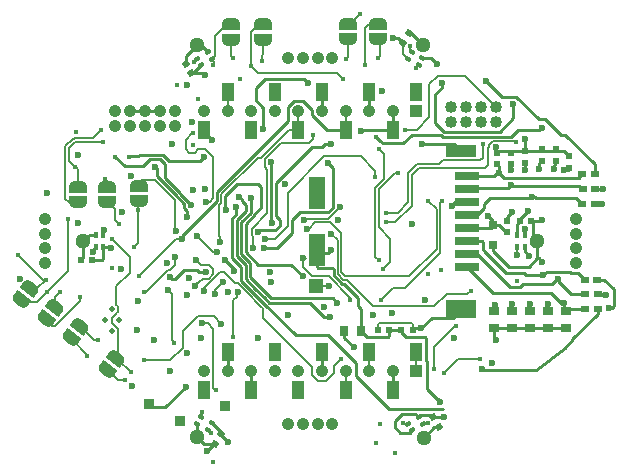
<source format=gbl>
%TF.GenerationSoftware,KiCad,Pcbnew,9.0.5*%
%TF.CreationDate,2025-12-11T12:43:01+01:00*%
%TF.ProjectId,MemShield,4d656d53-6869-4656-9c64-2e6b69636164,rev?*%
%TF.SameCoordinates,Original*%
%TF.FileFunction,Copper,L6,Bot*%
%TF.FilePolarity,Positive*%
%FSLAX46Y46*%
G04 Gerber Fmt 4.6, Leading zero omitted, Abs format (unit mm)*
G04 Created by KiCad (PCBNEW 9.0.5) date 2025-12-11 12:43:01*
%MOMM*%
%LPD*%
G01*
G04 APERTURE LIST*
G04 Aperture macros list*
%AMRotRect*
0 Rectangle, with rotation*
0 The origin of the aperture is its center*
0 $1 length*
0 $2 width*
0 $3 Rotation angle, in degrees counterclockwise*
0 Add horizontal line*
21,1,$1,$2,0,0,$3*%
%AMFreePoly0*
4,1,23,0.500000,-0.750000,0.000000,-0.750000,0.000000,-0.745722,-0.065263,-0.745722,-0.191342,-0.711940,-0.304381,-0.646677,-0.396677,-0.554381,-0.461940,-0.441342,-0.495722,-0.315263,-0.495722,-0.250000,-0.500000,-0.250000,-0.500000,0.250000,-0.495722,0.250000,-0.495722,0.315263,-0.461940,0.441342,-0.396677,0.554381,-0.304381,0.646677,-0.191342,0.711940,-0.065263,0.745722,0.000000,0.745722,
0.000000,0.750000,0.500000,0.750000,0.500000,-0.750000,0.500000,-0.750000,$1*%
%AMFreePoly1*
4,1,23,0.000000,0.745722,0.065263,0.745722,0.191342,0.711940,0.304381,0.646677,0.396677,0.554381,0.461940,0.441342,0.495722,0.315263,0.495722,0.250000,0.500000,0.250000,0.500000,-0.250000,0.495722,-0.250000,0.495722,-0.315263,0.461940,-0.441342,0.396677,-0.554381,0.304381,-0.646677,0.191342,-0.711940,0.065263,-0.745722,0.000000,-0.745722,0.000000,-0.750000,-0.500000,-0.750000,
-0.500000,0.750000,0.000000,0.750000,0.000000,0.745722,0.000000,0.745722,$1*%
%AMFreePoly2*
4,1,33,0.181428,0.598088,0.294623,0.551201,0.396496,0.483132,0.483132,0.396496,0.551201,0.294623,0.598088,0.181428,0.621990,0.061261,0.621990,-0.061261,0.598088,-0.181428,0.551201,-0.294623,0.483132,-0.396496,0.396496,-0.483132,0.294623,-0.551201,0.181428,-0.598088,0.061261,-0.621990,-0.061261,-0.621990,-0.181428,-0.598088,-0.294623,-0.551201,-0.396496,-0.483132,-0.483132,-0.396496,
-0.551201,-0.294623,-0.598088,-0.181428,-0.621990,-0.061261,-0.621990,0.061261,-0.598088,0.181428,-0.551201,0.294623,-0.483132,0.396496,-0.396496,0.483132,-0.294623,0.551201,-0.181428,0.598088,-0.061261,0.621990,0.061261,0.621990,0.181428,0.598088,0.181428,0.598088,$1*%
G04 Aperture macros list end*
%TA.AperFunction,ComponentPad*%
%ADD10R,0.850000X0.850000*%
%TD*%
%TA.AperFunction,ComponentPad*%
%ADD11C,1.066800*%
%TD*%
%TA.AperFunction,ComponentPad*%
%ADD12C,1.050000*%
%TD*%
%TA.AperFunction,ComponentPad*%
%ADD13C,1.016000*%
%TD*%
%TA.AperFunction,ComponentPad*%
%ADD14C,0.500000*%
%TD*%
%TA.AperFunction,SMDPad,CuDef*%
%ADD15R,0.654800X0.558800*%
%TD*%
%TA.AperFunction,SMDPad,CuDef*%
%ADD16FreePoly0,270.000000*%
%TD*%
%TA.AperFunction,SMDPad,CuDef*%
%ADD17FreePoly1,270.000000*%
%TD*%
%TA.AperFunction,SMDPad,CuDef*%
%ADD18R,0.609600X0.504800*%
%TD*%
%TA.AperFunction,SMDPad,CuDef*%
%ADD19RotRect,0.504800X0.558800X300.000000*%
%TD*%
%TA.AperFunction,SMDPad,CuDef*%
%ADD20R,0.350000X0.550000*%
%TD*%
%TA.AperFunction,ComponentPad*%
%ADD21FreePoly2,270.000000*%
%TD*%
%TA.AperFunction,SMDPad,CuDef*%
%ADD22C,1.050000*%
%TD*%
%TA.AperFunction,ComponentPad*%
%ADD23R,1.050000X1.050000*%
%TD*%
%TA.AperFunction,SMDPad,CuDef*%
%ADD24R,1.000000X1.600000*%
%TD*%
%TA.AperFunction,SMDPad,CuDef*%
%ADD25FreePoly0,232.500000*%
%TD*%
%TA.AperFunction,SMDPad,CuDef*%
%ADD26FreePoly1,232.500000*%
%TD*%
%TA.AperFunction,SMDPad,CuDef*%
%ADD27R,0.504800X0.558800*%
%TD*%
%TA.AperFunction,SMDPad,CuDef*%
%ADD28RotRect,0.504800X0.558800X240.000000*%
%TD*%
%TA.AperFunction,SMDPad,CuDef*%
%ADD29RotRect,0.550000X0.350000X30.000000*%
%TD*%
%TA.AperFunction,ComponentPad*%
%ADD30FreePoly2,30.000000*%
%TD*%
%TA.AperFunction,SMDPad,CuDef*%
%ADD31R,0.900000X0.650000*%
%TD*%
%TA.AperFunction,SMDPad,CuDef*%
%ADD32R,0.800000X0.650000*%
%TD*%
%TA.AperFunction,SMDPad,CuDef*%
%ADD33FreePoly0,90.000000*%
%TD*%
%TA.AperFunction,SMDPad,CuDef*%
%ADD34FreePoly1,90.000000*%
%TD*%
%TA.AperFunction,SMDPad,CuDef*%
%ADD35RotRect,0.550000X0.350000X210.000000*%
%TD*%
%TA.AperFunction,ComponentPad*%
%ADD36FreePoly2,210.000000*%
%TD*%
%TA.AperFunction,SMDPad,CuDef*%
%ADD37R,0.504800X0.609600*%
%TD*%
%TA.AperFunction,SMDPad,CuDef*%
%ADD38R,0.650000X0.900000*%
%TD*%
%TA.AperFunction,SMDPad,CuDef*%
%ADD39RotRect,0.550000X0.350000X330.000000*%
%TD*%
%TA.AperFunction,ComponentPad*%
%ADD40FreePoly2,330.000000*%
%TD*%
%TA.AperFunction,SMDPad,CuDef*%
%ADD41R,0.558800X0.504800*%
%TD*%
%TA.AperFunction,SMDPad,CuDef*%
%ADD42RotRect,0.504800X0.558800X120.000000*%
%TD*%
%TA.AperFunction,ComponentPad*%
%ADD43FreePoly2,90.000000*%
%TD*%
%TA.AperFunction,SMDPad,CuDef*%
%ADD44R,2.000000X0.700000*%
%TD*%
%TA.AperFunction,SMDPad,CuDef*%
%ADD45R,1.400000X2.700000*%
%TD*%
%TA.AperFunction,SMDPad,CuDef*%
%ADD46R,2.600000X1.000000*%
%TD*%
%TA.AperFunction,SMDPad,CuDef*%
%ADD47R,2.600000X1.500000*%
%TD*%
%TA.AperFunction,SMDPad,CuDef*%
%ADD48R,1.200000X1.200000*%
%TD*%
%TA.AperFunction,SMDPad,CuDef*%
%ADD49RotRect,0.504800X0.558800X60.000000*%
%TD*%
%TA.AperFunction,SMDPad,CuDef*%
%ADD50RotRect,0.550000X0.350000X150.000000*%
%TD*%
%TA.AperFunction,ComponentPad*%
%ADD51FreePoly2,150.000000*%
%TD*%
%TA.AperFunction,ViaPad*%
%ADD52C,0.600000*%
%TD*%
%TA.AperFunction,ViaPad*%
%ADD53C,0.450000*%
%TD*%
%TA.AperFunction,Conductor*%
%ADD54C,0.150000*%
%TD*%
%TA.AperFunction,Conductor*%
%ADD55C,0.250000*%
%TD*%
%TA.AperFunction,Conductor*%
%ADD56C,0.254000*%
%TD*%
%TA.AperFunction,Conductor*%
%ADD57C,0.160000*%
%TD*%
G04 APERTURE END LIST*
D10*
%TO.P,GND,1,Pin_1*%
%TO.N,GND*%
X134440100Y-122266820D03*
%TD*%
D11*
%TO.P,J12,1,1*%
%TO.N,VMIC*%
X143615100Y-122493820D03*
%TO.P,J12,2,2*%
%TO.N,Net-(J12-Pad2)*%
X144865100Y-122493820D03*
%TO.P,J12,3,3*%
%TO.N,/microphones/CK_EXT*%
X146115100Y-122493820D03*
%TO.P,J12,4,4*%
%TO.N,GND*%
X147365100Y-122493820D03*
%TD*%
D10*
%TO.P,VBAT,1,Pin_1*%
%TO.N,VBat*%
X138270100Y-120966820D03*
%TD*%
%TO.P,3V3,1,Pin_1*%
%TO.N,3V3*%
X131840100Y-120806820D03*
%TD*%
D11*
%TO.P,J11,1,1*%
%TO.N,VMIC*%
X167967100Y-108891820D03*
%TO.P,J11,2,2*%
%TO.N,Net-(J10-Pad2)*%
X167967100Y-107641820D03*
%TO.P,J11,3,3*%
%TO.N,/microphones/CK_EXT*%
X167967100Y-106391820D03*
%TO.P,J11,4,4*%
%TO.N,GND*%
X167967100Y-105141820D03*
%TD*%
%TO.P,J13,1,1*%
%TO.N,VMIC*%
X147365100Y-91539820D03*
%TO.P,J13,2,2*%
%TO.N,Net-(J12-Pad2)*%
X146115100Y-91539820D03*
%TO.P,J13,3,3*%
%TO.N,/microphones/CK_EXT*%
X144865100Y-91539820D03*
%TO.P,J13,4,4*%
%TO.N,GND*%
X143615100Y-91539820D03*
%TD*%
D12*
%TO.P,P3,1*%
%TO.N,VCORE*%
X134030100Y-96016820D03*
%TO.P,P3,2*%
%TO.N,Net-(P3-Pad2)*%
X134030100Y-97286820D03*
%TO.P,P3,3*%
%TO.N,GND*%
X132760100Y-96016820D03*
%TO.P,P3,4*%
%TO.N,Net-(P3-Pad4)*%
X132760100Y-97286820D03*
%TO.P,P3,5*%
%TO.N,GND*%
X131490100Y-96016820D03*
%TO.P,P3,6*%
%TO.N,Net-(P3-Pad6)*%
X131490100Y-97286820D03*
%TO.P,P3,7*%
%TO.N,GND*%
X130220100Y-96016820D03*
%TO.P,P3,8*%
%TO.N,Net-(P3-Pad8)*%
X130220100Y-97286820D03*
%TO.P,P3,9*%
%TO.N,Net-(P3-Pad9)*%
X128950100Y-96016820D03*
%TO.P,P3,10*%
%TO.N,Net-(P3-Pad10)*%
X128950100Y-97286820D03*
%TD*%
D13*
%TO.P,P5,1,1*%
%TO.N,VNINA*%
X161230100Y-96916820D03*
%TO.P,P5,2,2*%
%TO.N,/nina/NINA_JTAG_TMS*%
X161230100Y-95646820D03*
%TO.P,P5,3,3*%
%TO.N,/nina/NINA_RST*%
X159960100Y-96916820D03*
%TO.P,P5,4,4*%
%TO.N,/nina/NINA_JTAG_TCK*%
X159960100Y-95646820D03*
%TO.P,P5,5,5*%
%TO.N,/nina/NINA_JTAG_TDI*%
X158690100Y-96916820D03*
%TO.P,P5,6,6*%
%TO.N,/nina/NINA_JTAG_TDO*%
X158690100Y-95646820D03*
%TO.P,P5,7,7*%
%TO.N,GND*%
X157420100Y-96916820D03*
%TO.P,P5,8,8*%
%TO.N,unconnected-(P5-Pad8)*%
X157420100Y-95646820D03*
%TD*%
D14*
%TO.P,U2,11,PGND*%
%TO.N,PGND*%
X128115100Y-113716820D03*
X128690100Y-112766820D03*
X128690100Y-114666820D03*
X129265100Y-113716820D03*
%TD*%
D11*
%TO.P,J10,1,1*%
%TO.N,VMIC*%
X123013100Y-105141820D03*
%TO.P,J10,2,2*%
%TO.N,Net-(J10-Pad2)*%
X123013100Y-106391820D03*
%TO.P,J10,3,3*%
%TO.N,/microphones/CK_EXT*%
X123013100Y-107641820D03*
%TO.P,J10,4,4*%
%TO.N,GND*%
X123013100Y-108891820D03*
%TD*%
D15*
%TO.P,R8,1*%
%TO.N,Net-(J1-CLK)*%
X168510100Y-103866820D03*
%TO.P,R8,2*%
%TO.N,/Core/SDMMC1.CK*%
X169596700Y-103866820D03*
%TD*%
D16*
%TO.P,J7,1*%
%TO.N,/microphones/D3_REP*%
X141490100Y-88666820D03*
D17*
%TO.P,J7,2*%
%TO.N,/Core/MDF1.SDI1*%
X141490100Y-89966820D03*
%TD*%
D18*
%TO.P,D4,1*%
%TO.N,Net-(J1-DAT2)*%
X167390100Y-100804220D03*
%TO.P,D4,2*%
%TO.N,GND*%
X167390100Y-99816820D03*
%TD*%
D19*
%TO.P,C26,1*%
%TO.N,VMIC*%
X155920688Y-121941431D03*
%TO.P,C26,2*%
%TO.N,GND*%
X156388988Y-122752551D03*
%TD*%
D18*
%TO.P,D2,1*%
%TO.N,Net-(J1-DAT0)*%
X162490100Y-100535820D03*
%TO.P,D2,2*%
%TO.N,GND*%
X162490100Y-99548420D03*
%TD*%
D15*
%TO.P,R13,1*%
%TO.N,Net-(J1-CMD)*%
X168720100Y-110276820D03*
%TO.P,R13,2*%
%TO.N,/Core/SDMMC1.CMD*%
X169806700Y-110276820D03*
%TD*%
D20*
%TO.P,M3,1,VDD*%
%TO.N,VMIC*%
X163015100Y-106491820D03*
%TO.P,M3,2,CLK*%
%TO.N,/microphones/CK_IN*%
X163665100Y-106491820D03*
D21*
%TO.P,M3,3,GND*%
%TO.N,GND*%
X164690100Y-107016820D03*
D20*
%TO.P,M3,4,L/R*%
%TO.N,VMIC*%
X163665100Y-107541820D03*
%TO.P,M3,5,OUT*%
%TO.N,/microphones/D3_REP*%
X163015100Y-107541820D03*
%TD*%
D22*
%TO.P,P1,1,VCC*%
%TO.N,/connectors/CF_VCC*%
X154490100Y-96016820D03*
D23*
%TO.N,/connectors/CF_VCC_2*%
X154490100Y-96016820D03*
D24*
%TO.N,/connectors/CF_VCC_1*%
X154490100Y-94416820D03*
%TO.P,P1,2,RX1*%
%TO.N,/Core/UART4.RX*%
X152490100Y-97616820D03*
D12*
X152490100Y-96016820D03*
D22*
X152490100Y-96016820D03*
D12*
%TO.P,P1,3,TX1*%
%TO.N,/Core/UART4.TX*%
X150490100Y-96016820D03*
D22*
X150490100Y-96016820D03*
D24*
X150490100Y-94416820D03*
%TO.P,P1,4,SDA*%
%TO.N,/Core/I2C3.SDA*%
X148490100Y-97616820D03*
D12*
X148490100Y-96016820D03*
D22*
X148490100Y-96016820D03*
D12*
%TO.P,P1,5,SCL*%
%TO.N,/Core/I2C3.SCL*%
X146490100Y-96016820D03*
D22*
X146490100Y-96016820D03*
D24*
X146490100Y-94416820D03*
%TO.P,P1,6,IO_1*%
%TO.N,/Core/CF.GPIO1*%
X144490100Y-97616820D03*
D12*
X144490100Y-96016820D03*
D22*
X144490100Y-96016820D03*
D12*
%TO.P,P1,7,IO_2*%
%TO.N,/connectors/CF.GPIO2_2*%
X142490100Y-96016820D03*
D22*
%TO.N,/connectors/CF.GPIO2_1*%
X142490100Y-96016820D03*
D24*
%TO.N,/connectors/CF.GPIO2*%
X142490100Y-94416820D03*
%TO.P,P1,8,IO_3*%
%TO.N,/connectors/CF.GPIO3_1*%
X140490100Y-97616820D03*
D12*
%TO.N,/connectors/CF.GPIO3*%
X140490100Y-96016820D03*
D22*
%TO.N,/connectors/CF.GPIO3_2*%
X140490100Y-96016820D03*
D12*
%TO.P,P1,9,IO_4*%
%TO.N,/Core/CF.GPIO4*%
X138490100Y-96016820D03*
D22*
X138490100Y-96016820D03*
D24*
X138490100Y-94416820D03*
%TO.P,P1,10,GND*%
%TO.N,GND*%
X136490100Y-97616820D03*
D12*
X136490100Y-96016820D03*
D22*
X136490100Y-96016820D03*
%TD*%
D15*
%TO.P,R10,1*%
%TO.N,Net-(J1-DAT1)*%
X168510100Y-101366820D03*
%TO.P,R10,2*%
%TO.N,/Core/SDMMC1.D1*%
X169596700Y-101366820D03*
%TD*%
D25*
%TO.P,J4,1*%
%TO.N,/microphones/D2_REP*%
X121790100Y-111016820D03*
D26*
%TO.P,J4,2*%
%TO.N,/Core/SAI1.D2*%
X120998710Y-112048180D03*
%TD*%
D27*
%TO.P,C19,1*%
%TO.N,/Core/SDMMC1.SW*%
X152126700Y-114516820D03*
%TO.P,C19,2*%
%TO.N,GND*%
X151190100Y-114516820D03*
%TD*%
D16*
%TO.P,J9,1*%
%TO.N,/microphones/D2_REP*%
X148690100Y-88616820D03*
D17*
%TO.P,J9,2*%
%TO.N,/Core/MDF1.SDI2*%
X148690100Y-89916820D03*
%TD*%
D28*
%TO.P,C27,1*%
%TO.N,VMIC*%
X137907087Y-123395283D03*
%TO.P,C27,2*%
%TO.N,GND*%
X137438787Y-124206403D03*
%TD*%
D29*
%TO.P,M2,1,VDD*%
%TO.N,VMIC*%
X136272936Y-92129912D03*
%TO.P,M2,2,CLK*%
%TO.N,/microphones/CK_IN*%
X135947936Y-91566996D03*
D30*
%TO.P,M2,3,GND*%
%TO.N,GND*%
X135890099Y-90416820D03*
D29*
%TO.P,M2,4,L/R*%
X136857263Y-91041996D03*
%TO.P,M2,5,OUT*%
%TO.N,/microphones/D1_REP*%
X137182263Y-91604912D03*
%TD*%
D31*
%TO.P,R17,1*%
%TO.N,Net-(J1-CD{slash}DAT3)*%
X165590100Y-112966820D03*
%TO.P,R17,2*%
%TO.N,VSD*%
X165590100Y-114416820D03*
%TD*%
D32*
%TO.P,C21,1*%
%TO.N,GND*%
X160990100Y-107341820D03*
%TO.P,C21,2*%
%TO.N,VSD*%
X160990100Y-105691820D03*
%TD*%
D15*
%TO.P,R9,1*%
%TO.N,Net-(J1-DAT0)*%
X168546800Y-102616820D03*
%TO.P,R9,2*%
%TO.N,/Core/SDMMC1.D0*%
X169633400Y-102616820D03*
%TD*%
D33*
%TO.P,J15,1*%
%TO.N,Net-(J12-Pad2)*%
X125790100Y-103716820D03*
D34*
%TO.P,J15,2*%
%TO.N,/Core/SAI1.D2*%
X125790100Y-102416820D03*
%TD*%
D35*
%TO.P,M4,1,VDD*%
%TO.N,VMIC*%
X154707263Y-121953728D03*
%TO.P,M4,2,CLK*%
%TO.N,/microphones/CK_IN*%
X155032263Y-122516644D03*
D36*
%TO.P,M4,3,GND*%
%TO.N,GND*%
X155090100Y-123666820D03*
D35*
%TO.P,M4,4,L/R*%
%TO.N,VMIC*%
X154122936Y-123041644D03*
%TO.P,M4,5,OUT*%
%TO.N,/microphones/D1_REP*%
X153797936Y-122478728D03*
%TD*%
D18*
%TO.P,D3,1*%
%TO.N,Net-(J1-DAT1)*%
X161290100Y-100535820D03*
%TO.P,D3,2*%
%TO.N,GND*%
X161290100Y-99548420D03*
%TD*%
D22*
%TO.P,P2,1,TX2*%
%TO.N,Net-(P2-TX2)*%
X154490100Y-118016820D03*
D23*
X154490100Y-118016820D03*
D24*
X154490100Y-116416820D03*
%TO.P,P2,2,RX2*%
%TO.N,Net-(P2-RX2)*%
X152490100Y-119616820D03*
D12*
X152490100Y-118016820D03*
D22*
X152490100Y-118016820D03*
D12*
%TO.P,P2,3,SCK*%
%TO.N,/Core/SPI1.SCK*%
X150490100Y-118016820D03*
D22*
X150490100Y-118016820D03*
D24*
X150490100Y-116416820D03*
%TO.P,P2,4,MISO*%
%TO.N,/Core/SPI1.MISO*%
X148490100Y-119616820D03*
D12*
X148490100Y-118016820D03*
D22*
X148490100Y-118016820D03*
D12*
%TO.P,P2,5,MOSI*%
%TO.N,/Core/SPI1.MOSI*%
X146490100Y-118016820D03*
D22*
X146490100Y-118016820D03*
D24*
X146490100Y-116416820D03*
%TO.P,P2,6,N_IO_1*%
%TO.N,unconnected-(P2-N_IO_1-Pad6)*%
X144490100Y-119616820D03*
D12*
%TO.N,unconnected-(P2-N_IO_1-Pad6)_1*%
X144490100Y-118016820D03*
D22*
%TO.N,unconnected-(P2-N_IO_1-Pad6)_2*%
X144490100Y-118016820D03*
D12*
%TO.P,P2,7,WKUP*%
%TO.N,unconnected-(P2-WKUP-Pad7)_2*%
X142490100Y-118016820D03*
D22*
%TO.N,unconnected-(P2-WKUP-Pad7)*%
X142490100Y-118016820D03*
D24*
%TO.N,unconnected-(P2-WKUP-Pad7)_1*%
X142490100Y-116416820D03*
%TO.P,P2,8,OW*%
%TO.N,/connectors/CF_NRF51_OW*%
X140490100Y-119616820D03*
D12*
X140490100Y-118016820D03*
D22*
X140490100Y-118016820D03*
D12*
%TO.P,P2,9,VCOM*%
%TO.N,VBat*%
X138490100Y-118016820D03*
D22*
X138490100Y-118016820D03*
D24*
X138490100Y-116416820D03*
%TO.P,P2,10,VUSB*%
%TO.N,unconnected-(P2-VUSB-Pad10)_1*%
X136490100Y-119616820D03*
D12*
%TO.N,unconnected-(P2-VUSB-Pad10)*%
X136490100Y-118016820D03*
D22*
%TO.N,unconnected-(P2-VUSB-Pad10)_2*%
X136490100Y-118016820D03*
%TD*%
D37*
%TO.P,D7,1*%
%TO.N,/Core/SDMMC1.SW*%
X153196400Y-114516820D03*
%TO.P,D7,2*%
%TO.N,GND*%
X154183800Y-114516820D03*
%TD*%
D38*
%TO.P,R19,1*%
%TO.N,VSD*%
X148365100Y-114616820D03*
%TO.P,R19,2*%
%TO.N,/Core/SDMMC1.SW*%
X149815100Y-114616820D03*
%TD*%
D25*
%TO.P,J2,1*%
%TO.N,/microphones/CK_IN*%
X129085795Y-116901140D03*
D26*
%TO.P,J2,2*%
%TO.N,/Core/SAI1.CK1*%
X128294405Y-117932500D03*
%TD*%
D25*
%TO.P,J3,1*%
%TO.N,/microphones/D1_REP*%
X123890100Y-112616820D03*
D26*
%TO.P,J3,2*%
%TO.N,/Core/SAI1.D1*%
X123098710Y-113648180D03*
%TD*%
D15*
%TO.P,R12,1*%
%TO.N,Net-(J1-CD{slash}DAT3)*%
X168746800Y-111516820D03*
%TO.P,R12,2*%
%TO.N,/Core/SDMMC1.D3*%
X169833400Y-111516820D03*
%TD*%
D18*
%TO.P,D5,1*%
%TO.N,Net-(J1-CD{slash}DAT3)*%
X166290100Y-100235820D03*
%TO.P,D5,2*%
%TO.N,GND*%
X166290100Y-99248420D03*
%TD*%
D31*
%TO.P,R14,1*%
%TO.N,Net-(J1-DAT0)*%
X162590100Y-112966820D03*
%TO.P,R14,2*%
%TO.N,VSD*%
X162590100Y-114416820D03*
%TD*%
D33*
%TO.P,J6,1*%
%TO.N,/microphones/CK_IN*%
X151210100Y-89906820D03*
D34*
%TO.P,J6,2*%
%TO.N,/Core/MDF1.CCK0*%
X151210100Y-88606820D03*
%TD*%
D27*
%TO.P,C23,1*%
%TO.N,VMIC*%
X127058400Y-108616820D03*
%TO.P,C23,2*%
%TO.N,GND*%
X126121800Y-108616820D03*
%TD*%
D16*
%TO.P,J8,1*%
%TO.N,/microphones/D1_REP*%
X138790100Y-88666820D03*
D17*
%TO.P,J8,2*%
%TO.N,/Core/MDF1.SDI0*%
X138790100Y-89966820D03*
%TD*%
D39*
%TO.P,M7,1,VDD*%
%TO.N,VMIC*%
X153761510Y-91588582D03*
%TO.P,M7,2,CLK*%
%TO.N,/microphones/CK_IN*%
X154086510Y-91025666D03*
D40*
%TO.P,M7,3,GND*%
%TO.N,GND*%
X155053673Y-90400491D03*
D39*
%TO.P,M7,4,L/R*%
%TO.N,VMIC*%
X154995837Y-91550666D03*
%TO.P,M7,5,OUT*%
%TO.N,/microphones/D2_REP*%
X154670837Y-92113582D03*
%TD*%
D18*
%TO.P,D6,1*%
%TO.N,Net-(J1-CMD)*%
X165090100Y-100235820D03*
%TO.P,D6,2*%
%TO.N,GND*%
X165090100Y-99248420D03*
%TD*%
D33*
%TO.P,J16,1*%
%TO.N,Net-(J10-Pad2)*%
X128290100Y-103716820D03*
D34*
%TO.P,J16,2*%
%TO.N,/Core/SAI1.D1*%
X128290100Y-102416820D03*
%TD*%
D15*
%TO.P,R11,1*%
%TO.N,Net-(J1-DAT2)*%
X168750100Y-112756820D03*
%TO.P,R11,2*%
%TO.N,/Core/SDMMC1.D2*%
X169836700Y-112756820D03*
%TD*%
D41*
%TO.P,C20,1*%
%TO.N,VSD*%
X162160100Y-106265120D03*
%TO.P,C20,2*%
%TO.N,GND*%
X162160100Y-105328520D03*
%TD*%
D27*
%TO.P,C25,1*%
%TO.N,VMIC*%
X163283500Y-105297530D03*
%TO.P,C25,2*%
%TO.N,GND*%
X164220100Y-105297530D03*
%TD*%
D42*
%TO.P,C24,1*%
%TO.N,VMIC*%
X135424250Y-92822380D03*
%TO.P,C24,2*%
%TO.N,GND*%
X134955950Y-92011260D03*
%TD*%
D25*
%TO.P,J5,1*%
%TO.N,/microphones/D3_REP*%
X125990100Y-114216820D03*
D26*
%TO.P,J5,2*%
%TO.N,/Core/SAI1.D3*%
X125198710Y-115248180D03*
%TD*%
D31*
%TO.P,R15,1*%
%TO.N,Net-(J1-DAT1)*%
X161090100Y-112966820D03*
%TO.P,R15,2*%
%TO.N,VSD*%
X161090100Y-114416820D03*
%TD*%
%TO.P,R18,1*%
%TO.N,Net-(J1-CMD)*%
X164090100Y-112966820D03*
%TO.P,R18,2*%
%TO.N,VSD*%
X164090100Y-114416820D03*
%TD*%
D20*
%TO.P,M1,1,VDD*%
%TO.N,VMIC*%
X127965100Y-107541820D03*
%TO.P,M1,2,CLK*%
%TO.N,/microphones/CK_IN*%
X127315100Y-107541820D03*
D43*
%TO.P,M1,3,GND*%
%TO.N,GND*%
X126290100Y-107016820D03*
D20*
%TO.P,M1,4,L/R*%
X127315100Y-106491820D03*
%TO.P,M1,5,OUT*%
%TO.N,/microphones/D3_REP*%
X127965100Y-106491820D03*
%TD*%
D33*
%TO.P,J17,1*%
%TO.N,/microphones/CK_EXT*%
X130960100Y-103666820D03*
D34*
%TO.P,J17,2*%
%TO.N,/Core/SAI1.CK1*%
X130960100Y-102366820D03*
%TD*%
D18*
%TO.P,D1,1*%
%TO.N,Net-(J1-CLK)*%
X163690100Y-100416820D03*
%TO.P,D1,2*%
%TO.N,GND*%
X163690100Y-99429420D03*
%TD*%
D44*
%TO.P,J1,1,DAT2*%
%TO.N,Net-(J1-DAT2)*%
X158790100Y-109216820D03*
%TO.P,J1,2,CD/DAT3*%
%TO.N,Net-(J1-CD{slash}DAT3)*%
X158790100Y-108116820D03*
%TO.P,J1,3,CMD*%
%TO.N,Net-(J1-CMD)*%
X158790100Y-107016820D03*
%TO.P,J1,4,VDD*%
%TO.N,VSD*%
X158790100Y-105916820D03*
%TO.P,J1,5,CLK*%
%TO.N,Net-(J1-CLK)*%
X158790100Y-104816820D03*
%TO.P,J1,6,VSS*%
%TO.N,GND*%
X158790100Y-103716820D03*
%TO.P,J1,7,DAT0*%
%TO.N,Net-(J1-DAT0)*%
X158790100Y-102616820D03*
%TO.P,J1,8,DAT1*%
%TO.N,Net-(J1-DAT1)*%
X158790100Y-101516820D03*
D45*
%TO.P,J1,9,CD_SW*%
%TO.N,/Core/SDMMC1.SW*%
X146090100Y-107816820D03*
D46*
%TO.P,J1,S1,GND*%
%TO.N,GND*%
X158290100Y-99416820D03*
D47*
%TO.P,J1,S2,GND__1*%
X158290100Y-112766820D03*
D45*
%TO.P,J1,S3,GND__2*%
X146090100Y-102916820D03*
D48*
%TO.P,J1,S5,GND__3*%
X145990100Y-110866820D03*
%TD*%
D31*
%TO.P,R16,1*%
%TO.N,Net-(J1-DAT2)*%
X167190100Y-112966820D03*
%TO.P,R16,2*%
%TO.N,VSD*%
X167190100Y-114416820D03*
%TD*%
D49*
%TO.P,C29,1*%
%TO.N,VMIC*%
X153355950Y-90222380D03*
%TO.P,C29,2*%
%TO.N,GND*%
X153824250Y-89411260D03*
%TD*%
D50*
%TO.P,M5,1,VDD*%
%TO.N,VMIC*%
X137174427Y-122428904D03*
%TO.P,M5,2,CLK*%
%TO.N,/microphones/CK_IN*%
X136849427Y-122991820D03*
D51*
%TO.P,M5,3,GND*%
%TO.N,GND*%
X135882264Y-123616995D03*
D50*
%TO.P,M5,4,L/R*%
X135940100Y-122466820D03*
%TO.P,M5,5,OUT*%
%TO.N,/microphones/D2_REP*%
X136265100Y-121903904D03*
%TD*%
D52*
%TO.N,3V3*%
X160900100Y-117306820D03*
X150820100Y-113286820D03*
X135080100Y-93776820D03*
X134940100Y-119346820D03*
X151530100Y-94356820D03*
X129480100Y-109426820D03*
%TO.N,GND*%
X125830100Y-105476820D03*
X161240100Y-99096820D03*
X130440100Y-119256820D03*
X136720100Y-124816820D03*
X133660100Y-118016820D03*
X132300100Y-115366820D03*
X154090100Y-105616820D03*
X137160100Y-98486820D03*
X125840100Y-99746820D03*
X145880100Y-102416820D03*
X141070100Y-115236820D03*
X154890100Y-114416820D03*
X146650100Y-112566820D03*
X147090100Y-110816820D03*
X154990100Y-98804430D03*
X157490100Y-104016820D03*
X163690100Y-98416820D03*
X165110100Y-105216820D03*
X130850100Y-114546820D03*
X157635100Y-115261820D03*
X135220100Y-110156820D03*
X133340100Y-108886820D03*
X120940100Y-110206820D03*
X162570100Y-104576820D03*
X130350100Y-101506820D03*
X147830100Y-105246820D03*
X136610100Y-102586820D03*
X165150100Y-108776820D03*
%TO.N,/Core/SDMMC1.SW*%
X156485100Y-120611820D03*
X144890100Y-109986820D03*
X147250100Y-107806820D03*
X138370100Y-104366820D03*
%TO.N,Net-(J1-CLK)*%
X164280100Y-103276820D03*
X163690100Y-100976820D03*
%TO.N,Net-(J1-DAT0)*%
X162490100Y-102286820D03*
X162490100Y-100986820D03*
X162590100Y-112376820D03*
%TO.N,Net-(J1-DAT1)*%
X161490100Y-101266820D03*
X161155100Y-112401820D03*
%TO.N,Net-(J1-DAT2)*%
X166990100Y-101006820D03*
X166990100Y-112296820D03*
%TO.N,Net-(J1-CD{slash}DAT3)*%
X165590100Y-112316820D03*
X166120100Y-100886820D03*
X166496100Y-110226820D03*
D53*
%TO.N,/microphones/CK_IN*%
X128680100Y-106806820D03*
X152670100Y-124946820D03*
X135650100Y-91886820D03*
X151190100Y-91516820D03*
X125700100Y-97786820D03*
X155430100Y-122426820D03*
D52*
X127110100Y-107936820D03*
D53*
X153970100Y-90526820D03*
X130290100Y-118116820D03*
X151390100Y-122516820D03*
D52*
X163690100Y-105986820D03*
D53*
X137092264Y-123234656D03*
D52*
%TO.N,/Core/SDMMC1.CK*%
X141490100Y-97516820D03*
X145300100Y-93656820D03*
X156690100Y-93616820D03*
X162690100Y-95416820D03*
X170220100Y-103886820D03*
D53*
%TO.N,/Core/SDMMC1.D0*%
X151090100Y-98216820D03*
D52*
X170250100Y-102616820D03*
X165090100Y-97416820D03*
%TO.N,/Core/SDMMC1.D1*%
X160410100Y-93466820D03*
%TO.N,/Core/SDMMC1.D2*%
X160070100Y-117816820D03*
X140449100Y-103375820D03*
X147780100Y-112236820D03*
%TO.N,/Core/SDMMC1.D3*%
X147170100Y-113456820D03*
X170530100Y-111626820D03*
X139490100Y-103256820D03*
%TO.N,/Core/SDMMC1.CMD*%
X139200100Y-104136820D03*
X170770100Y-112696820D03*
D53*
%TO.N,/Core/MDF1.SDI1*%
X141390100Y-91776820D03*
D52*
X142190100Y-110516820D03*
%TO.N,/Core/UART4.TX*%
X147290100Y-98816820D03*
X141090100Y-106216820D03*
D53*
%TO.N,/Core/NINA.STM_NRST*%
X155490100Y-103616820D03*
D52*
X145190100Y-105966820D03*
%TO.N,/Core/SAI1.CK1*%
X134160100Y-106136820D03*
D53*
X129790100Y-118816820D03*
X133990100Y-115646820D03*
D52*
X133480100Y-111196820D03*
D53*
%TO.N,/Core/MDF1.CCK0*%
X150090100Y-92116820D03*
D52*
X135610100Y-102696820D03*
D53*
%TO.N,/Core/SPI1.MISO*%
X137490100Y-119616820D03*
D52*
X136320100Y-113926820D03*
D53*
%TO.N,/Core/MDF1.SDI0*%
X138990100Y-91516820D03*
D52*
X138518413Y-111318507D03*
%TO.N,/Core/FAULT_LED*%
X142190100Y-100316820D03*
X142290100Y-105516820D03*
%TO.N,/Core/MDF1.SDI2*%
X142090100Y-109616820D03*
D53*
X148490100Y-91616820D03*
D52*
%TO.N,/Core/I2C3.SCL*%
X137440100Y-111496820D03*
X138150100Y-110456820D03*
X140690100Y-107616820D03*
D53*
X145690100Y-98016820D03*
%TO.N,/Core/SPI1.SCK*%
X148090100Y-117016820D03*
D52*
X136480100Y-111256820D03*
%TO.N,/Core/NINA.IO0*%
X147990100Y-104096820D03*
X144940100Y-105206820D03*
D53*
%TO.N,/Core/JTAG.TDO*%
X130130100Y-99886820D03*
D52*
X136490100Y-99916820D03*
D53*
%TO.N,/Core/SAI1.D1*%
X128140100Y-101766820D03*
X131390100Y-111316820D03*
X125990100Y-111716820D03*
D52*
X134010100Y-108366820D03*
D53*
%TO.N,/Core/I2C3.SDA*%
X130975100Y-109961820D03*
D52*
X134670100Y-106846820D03*
%TO.N,/Core/SPI2.MISO*%
X137560100Y-107976820D03*
X141690100Y-106816820D03*
X135880100Y-106616820D03*
D53*
X151014840Y-101616820D03*
%TO.N,/Core/JTAG.TDI*%
X128970100Y-99896820D03*
D52*
X135400100Y-103966820D03*
D53*
%TO.N,/Core/SAI1.D2*%
X124990100Y-105116820D03*
X135550100Y-98856820D03*
X125590100Y-100716820D03*
X127990100Y-98616820D03*
X123190100Y-111316820D03*
D52*
%TO.N,/Core/UART4.RX*%
X149790100Y-97716820D03*
X136690100Y-109616820D03*
X139050100Y-109596820D03*
X141590100Y-107616820D03*
X133622406Y-110070975D03*
X138290100Y-108616820D03*
X146990100Y-100416820D03*
D53*
%TO.N,/Core/NINA.IO1*%
X156690100Y-103616820D03*
X148890100Y-112016820D03*
D52*
X144890100Y-108416820D03*
D53*
X151490100Y-112016820D03*
D52*
%TO.N,/Core/CF.GPIO1*%
X137820100Y-107076820D03*
X135730100Y-110786820D03*
X135840100Y-108646820D03*
D53*
%TO.N,/Core/SAI1.D3*%
X131390100Y-117116820D03*
D52*
X137960100Y-114006820D03*
D53*
X126590100Y-116716820D03*
D52*
%TO.N,/Core/JTAG.TCK*%
X135020100Y-104976820D03*
X132390100Y-100716820D03*
D53*
%TO.N,/nina/NINA_JTAG_TCK*%
X151890100Y-105416820D03*
X162930100Y-98616820D03*
%TO.N,/connectors/NINA_UART.TX*%
X159890100Y-117016820D03*
X156580100Y-109506820D03*
X156850100Y-118176820D03*
%TO.N,/nina/NINA_JTAG_TDI*%
X151882806Y-104616820D03*
X160090100Y-98816820D03*
%TO.N,/connectors/NINA_UART.RX*%
X157865100Y-114216820D03*
X155460100Y-109836820D03*
X155950100Y-117856820D03*
%TO.N,/nina/NINA_JTAG_TDO*%
X151290100Y-108616820D03*
X151290100Y-99216820D03*
%TO.N,/nina/BTN_BOOT*%
X159090100Y-111216820D03*
D52*
X147290100Y-106416820D03*
D53*
%TO.N,/nina/NINA_JTAG_TMS*%
X152890100Y-101216820D03*
X153490100Y-97616820D03*
X151690100Y-109416820D03*
%TO.N,/microphones/D1_REP*%
X137250100Y-125726820D03*
X124290100Y-111316820D03*
X153320100Y-122386820D03*
X137260100Y-92126820D03*
%TO.N,/microphones/D2_REP*%
X154440100Y-92406820D03*
X123090100Y-110316820D03*
X136290100Y-121476820D03*
X120790100Y-108216820D03*
X149690100Y-87816820D03*
%TO.N,/microphones/D3_REP*%
X139590100Y-93316820D03*
X151090100Y-124116820D03*
X163010100Y-110366820D03*
X128680100Y-109286820D03*
X148290100Y-93316820D03*
X134190100Y-93816820D03*
D52*
X163015100Y-108186820D03*
D53*
X140490100Y-92216820D03*
X127490100Y-115416820D03*
D52*
X128040100Y-106066820D03*
%TO.N,Net-(J1-CMD)*%
X164090100Y-112306820D03*
X164890100Y-100946820D03*
X165235100Y-109921820D03*
D53*
%TO.N,Net-(J10-Pad2)*%
X129290100Y-105576820D03*
%TO.N,/microphones/CK_EXT*%
X136015100Y-94981820D03*
X130940100Y-104356820D03*
X130590100Y-107516820D03*
%TO.N,Net-(J12-Pad2)*%
X138990100Y-115116820D03*
D52*
X139340100Y-111346820D03*
X136700100Y-103676820D03*
D53*
X135550100Y-97906820D03*
X127760100Y-97646820D03*
D52*
%TO.N,VCORE*%
X136260100Y-115186820D03*
X135450100Y-96956820D03*
X143590100Y-113316820D03*
X133820100Y-98776820D03*
X135100100Y-116486820D03*
X130880100Y-112136820D03*
X143350100Y-102216820D03*
X129560100Y-104596820D03*
X135070100Y-111546820D03*
X123180100Y-102916820D03*
%TO.N,VSD*%
X160570100Y-104926820D03*
X149190100Y-116026820D03*
X161250100Y-115376820D03*
%TO.N,VMIC*%
X163960100Y-104476820D03*
X138520100Y-124046820D03*
X128660100Y-107626820D03*
X156260100Y-92066820D03*
X156810100Y-121916820D03*
X152520100Y-89816820D03*
X164050100Y-108246820D03*
X136580100Y-92986820D03*
%TO.N,VNINA*%
X155190100Y-111986820D03*
X152390100Y-113106820D03*
%TD*%
D54*
%TO.N,/nina/NINA_JTAG_TMS*%
X154492100Y-97616820D02*
X153490100Y-97616820D01*
X155560100Y-96548820D02*
X154492100Y-97616820D01*
X156290100Y-93016820D02*
X155560100Y-93746820D01*
X155560100Y-93746820D02*
X155560100Y-96548820D01*
X158600100Y-93016820D02*
X156290100Y-93016820D01*
X161230100Y-95646820D02*
X158600100Y-93016820D01*
D55*
%TO.N,3V3*%
X134940100Y-119346820D02*
X133240100Y-121046820D01*
X133240100Y-121046820D02*
X131990100Y-121046820D01*
%TO.N,GND*%
X164390100Y-106716820D02*
X164690100Y-107016820D01*
X164384100Y-106067834D02*
X164390100Y-106073834D01*
D56*
X136490100Y-97616820D02*
X136490100Y-97816820D01*
D54*
X146040100Y-110816820D02*
X145990100Y-110866820D01*
D55*
X164390100Y-105467530D02*
X164390100Y-105559806D01*
X154890100Y-114416820D02*
X154283800Y-114416820D01*
X153824250Y-89411260D02*
X154064442Y-89411260D01*
D56*
X146090100Y-102626820D02*
X145880100Y-102416820D01*
D55*
X154064442Y-89411260D02*
X155053673Y-90400491D01*
X164390100Y-106073834D02*
X164390100Y-106716820D01*
D56*
X155790100Y-113516820D02*
X154890100Y-114416820D01*
D55*
X136471672Y-124206403D02*
X135882264Y-123616995D01*
X156004369Y-122752551D02*
X155090100Y-123666820D01*
X126290100Y-107016820D02*
X126290100Y-108448520D01*
D56*
X158290100Y-112766820D02*
X157540100Y-113516820D01*
D55*
X126521800Y-107248520D02*
X126290100Y-107016820D01*
D56*
X163770100Y-109176820D02*
X164000100Y-109176820D01*
D55*
X134955950Y-92011260D02*
X134955950Y-91350969D01*
D54*
X154057800Y-113936020D02*
X154183800Y-114062020D01*
D56*
X161240100Y-99498420D02*
X161290100Y-99548420D01*
D55*
X135890099Y-90416820D02*
X136232087Y-90416820D01*
D56*
X160990100Y-107341820D02*
X160990100Y-107856820D01*
X127315100Y-106491820D02*
X126815100Y-106491820D01*
X164000100Y-109176820D02*
X164690100Y-108486820D01*
D55*
X156388988Y-122752551D02*
X156004369Y-122752551D01*
D56*
X165150100Y-108776820D02*
X164860100Y-108486820D01*
X162160100Y-104986820D02*
X162570100Y-104576820D01*
X161421700Y-99416820D02*
X166990100Y-99416820D01*
D55*
X154283800Y-114416820D02*
X154183800Y-114516820D01*
D56*
X158290100Y-99416820D02*
X157677710Y-98804430D01*
D55*
X164384100Y-105565806D02*
X164384100Y-106067834D01*
X135882264Y-122524656D02*
X135940100Y-122466820D01*
D56*
X157677710Y-98804430D02*
X154990100Y-98804430D01*
X161290100Y-99548420D02*
X161421700Y-99416820D01*
D55*
X130220100Y-96016820D02*
X132760100Y-96016820D01*
D56*
X162160100Y-105328520D02*
X162160100Y-104986820D01*
X163690100Y-99429420D02*
X163690100Y-98416820D01*
D55*
X164390100Y-105559806D02*
X164384100Y-105565806D01*
X164220100Y-105297530D02*
X165029390Y-105297530D01*
X137330517Y-124206403D02*
X136720100Y-124816820D01*
X164220100Y-105297530D02*
X164390100Y-105467530D01*
D54*
X151190100Y-114087420D02*
X151341500Y-113936020D01*
D55*
X136232087Y-90416820D02*
X136857263Y-91041996D01*
D54*
X158790100Y-103716820D02*
X157790100Y-103716820D01*
D56*
X162310100Y-109176820D02*
X163770100Y-109176820D01*
X136490100Y-97816820D02*
X137160100Y-98486820D01*
D54*
X151341500Y-113936020D02*
X154057800Y-113936020D01*
D56*
X146090100Y-102916820D02*
X146090100Y-102626820D01*
D55*
X126290100Y-108448520D02*
X126121800Y-108616820D01*
D56*
X160990100Y-107856820D02*
X162310100Y-109176820D01*
D55*
X134955950Y-91350969D02*
X135890099Y-90416820D01*
D56*
X166990100Y-99416820D02*
X167390100Y-99816820D01*
D54*
X147090100Y-110816820D02*
X146040100Y-110816820D01*
X154183800Y-114062020D02*
X154183800Y-114516820D01*
D56*
X164860100Y-108486820D02*
X164690100Y-108486820D01*
D55*
X137438787Y-124206403D02*
X136471672Y-124206403D01*
D56*
X164690100Y-108486820D02*
X164690100Y-107016820D01*
X157540100Y-113516820D02*
X155790100Y-113516820D01*
D54*
X151190100Y-114516820D02*
X151190100Y-114087420D01*
D55*
X165029390Y-105297530D02*
X165110100Y-105216820D01*
D54*
X157790100Y-103716820D02*
X157490100Y-104016820D01*
D55*
X135882264Y-123616995D02*
X135882264Y-122524656D01*
X137438787Y-124206403D02*
X137330517Y-124206403D01*
D56*
X161240100Y-99096820D02*
X161240100Y-99498420D01*
X126815100Y-106491820D02*
X126290100Y-107016820D01*
D55*
%TO.N,VBat*%
X138490100Y-116416820D02*
X138490100Y-118016820D01*
%TO.N,/Core/SDMMC1.SW*%
X155341100Y-119567820D02*
X155341100Y-118376387D01*
X138370100Y-104366820D02*
X138296100Y-104292820D01*
X147357100Y-109283820D02*
X146157100Y-109283820D01*
X146090100Y-107816820D02*
X146090100Y-109016820D01*
X153196400Y-114738620D02*
X153196400Y-114516820D01*
X155341100Y-118376387D02*
X155346100Y-118371387D01*
X140827101Y-104679819D02*
X140827100Y-104770624D01*
X156295100Y-120421820D02*
X156195100Y-120421820D01*
X149562100Y-111828820D02*
X148361100Y-110627820D01*
X143884100Y-109010820D02*
X144860100Y-109986820D01*
X141090100Y-102216820D02*
X141290100Y-102416820D01*
X150320500Y-115122220D02*
X152050700Y-115122220D01*
X156195100Y-120421820D02*
X155341100Y-119567820D01*
X153605400Y-115147620D02*
X153196400Y-114738620D01*
X155346100Y-117662253D02*
X155341100Y-117657253D01*
X146290100Y-108016820D02*
X146090100Y-107816820D01*
X149815100Y-114616820D02*
X150320500Y-115122220D01*
X148361100Y-110627820D02*
X148172464Y-110627820D01*
X152126700Y-115046220D02*
X152126700Y-114516820D01*
X147479101Y-109405821D02*
X147357100Y-109283820D01*
X138296100Y-103210820D02*
X139290100Y-102216820D01*
X155290100Y-115290820D02*
X155290100Y-115264820D01*
X149562100Y-112552682D02*
X149562100Y-111828820D01*
X155290100Y-115264820D02*
X155172900Y-115147620D01*
X141290100Y-102416820D02*
X141290100Y-104216820D01*
X148172464Y-110627820D02*
X147479101Y-109934457D01*
X139290100Y-102216820D02*
X141090100Y-102216820D01*
X155341100Y-117657253D02*
X155341100Y-117165820D01*
X140080100Y-105553820D02*
X140080100Y-107981443D01*
X149815100Y-112805682D02*
X149562100Y-112552682D01*
X144860100Y-109986820D02*
X144890100Y-109986820D01*
X152050700Y-115122220D02*
X152126700Y-115046220D01*
X153196400Y-114516820D02*
X152126700Y-114516820D01*
X140827100Y-104770624D02*
X140043905Y-105553820D01*
X155172900Y-115147620D02*
X153605400Y-115147620D01*
X141109477Y-109010820D02*
X143884100Y-109010820D01*
X155341100Y-117165820D02*
X155316100Y-117165820D01*
X147040100Y-108016820D02*
X146290100Y-108016820D01*
X146157100Y-109283820D02*
X146090100Y-109216820D01*
X147250100Y-107806820D02*
X147040100Y-108016820D01*
X140043905Y-105553820D02*
X140080100Y-105553820D01*
X155316100Y-115290820D02*
X155290100Y-115290820D01*
X156485100Y-120611820D02*
X156295100Y-120421820D01*
X155316100Y-117165820D02*
X155316100Y-115290820D01*
X138296100Y-104292820D02*
X138296100Y-103210820D01*
X147479101Y-109934457D02*
X147479101Y-109405821D01*
X140080100Y-107981443D02*
X141109477Y-109010820D01*
X155346100Y-118371387D02*
X155346100Y-117662253D01*
X141290100Y-104216820D02*
X140827101Y-104679819D01*
X146090100Y-109216820D02*
X146090100Y-107816820D01*
X149815100Y-114616820D02*
X149815100Y-112805682D01*
%TO.N,Net-(J1-CLK)*%
X160701100Y-103406820D02*
X160191100Y-103916820D01*
X159590100Y-104816820D02*
X158790100Y-104816820D01*
X167990100Y-103346820D02*
X168510100Y-103866820D01*
X160191100Y-104215820D02*
X159590100Y-104816820D01*
X164570100Y-103346820D02*
X167990100Y-103346820D01*
X164280100Y-103276820D02*
X164120100Y-103276820D01*
X164500100Y-103276820D02*
X164570100Y-103346820D01*
X164010100Y-103386820D02*
X163350100Y-103386820D01*
X163690100Y-100976820D02*
X163690100Y-100416820D01*
X164120100Y-103276820D02*
X164010100Y-103386820D01*
X163330100Y-103406820D02*
X160701100Y-103406820D01*
X164280100Y-103276820D02*
X164500100Y-103276820D01*
X163350100Y-103386820D02*
X163330100Y-103406820D01*
X160191100Y-103916820D02*
X160191100Y-104215820D01*
%TO.N,Net-(J1-DAT0)*%
X162490100Y-102286820D02*
X162260100Y-102516820D01*
X162650100Y-102356820D02*
X168286800Y-102356820D01*
X162490100Y-102286820D02*
X162580100Y-102286820D01*
X158890100Y-102516820D02*
X158790100Y-102616820D01*
X168286800Y-102356820D02*
X168546800Y-102616820D01*
X162580100Y-102286820D02*
X162650100Y-102356820D01*
X162590100Y-112966820D02*
X162590100Y-112376820D01*
X162260100Y-102516820D02*
X158890100Y-102516820D01*
%TO.N,Net-(J1-DAT1)*%
X161490100Y-101266820D02*
X161340100Y-101266820D01*
X168510100Y-101366820D02*
X168210100Y-101666820D01*
X161340100Y-101266820D02*
X161090100Y-101516820D01*
X168210100Y-101666820D02*
X161890100Y-101666820D01*
X161090100Y-112466820D02*
X161090100Y-112966820D01*
X161155100Y-112401820D02*
X161090100Y-112466820D01*
X161490100Y-101266820D02*
X161490100Y-100735820D01*
X161890100Y-101666820D02*
X161490100Y-101266820D01*
X161090100Y-101516820D02*
X158790100Y-101516820D01*
X161490100Y-100735820D02*
X161290100Y-100535820D01*
%TO.N,Net-(J1-DAT2)*%
X167190100Y-112966820D02*
X167400100Y-112756820D01*
X158790100Y-109216820D02*
X160950100Y-111376820D01*
X165843086Y-111376820D02*
X166763086Y-112296820D01*
X160950100Y-111376820D02*
X165843086Y-111376820D01*
X167400100Y-112756820D02*
X168750100Y-112756820D01*
X166990100Y-112766820D02*
X167190100Y-112966820D01*
X166763086Y-112296820D02*
X166990100Y-112296820D01*
X166990100Y-101006820D02*
X167300100Y-101006820D01*
X167300100Y-101006820D02*
X167490100Y-100816820D01*
X166990100Y-112296820D02*
X166990100Y-112766820D01*
%TO.N,Net-(J1-CD{slash}DAT3)*%
X163541759Y-110656820D02*
X163250759Y-110947820D01*
X162411100Y-110947820D02*
X159580100Y-108116820D01*
X166120100Y-100886820D02*
X166120100Y-100566820D01*
X166410100Y-110226820D02*
X165980100Y-110656820D01*
X166290100Y-100396820D02*
X166290100Y-100235820D01*
X166496100Y-110226820D02*
X166410100Y-110226820D01*
X165590100Y-112966820D02*
X165590100Y-112316820D01*
X163250759Y-110947820D02*
X162411100Y-110947820D01*
X165980100Y-110656820D02*
X163541759Y-110656820D01*
X166496100Y-110226820D02*
X166496100Y-110422820D01*
X159580100Y-108116820D02*
X158790100Y-108116820D01*
X166120100Y-100566820D02*
X166290100Y-100396820D01*
X166496100Y-110422820D02*
X167590100Y-111516820D01*
X167590100Y-111516820D02*
X168746800Y-111516820D01*
D57*
%TO.N,/microphones/CK_IN*%
X155340276Y-122516644D02*
X155430100Y-122426820D01*
X129085795Y-110851125D02*
X129085795Y-112411567D01*
X130220100Y-109716820D02*
X129085795Y-110851125D01*
X129221100Y-117047820D02*
X130290100Y-118116820D01*
X163690100Y-106466820D02*
X163690100Y-105986820D01*
X128734100Y-113959872D02*
X129221100Y-114446872D01*
X128734100Y-113496872D02*
X128734100Y-113959872D01*
X129085795Y-113122073D02*
X129085795Y-113185820D01*
X153970100Y-90909256D02*
X154086510Y-91025666D01*
X129085795Y-112411567D02*
X129221100Y-112546872D01*
X130290100Y-118105445D02*
X130290100Y-118116820D01*
X135650100Y-91886820D02*
X135738112Y-91798808D01*
X129085795Y-113185820D02*
X129045152Y-113185820D01*
X135738112Y-91798808D02*
X135738112Y-91776820D01*
X127315100Y-107541820D02*
X127110100Y-107746820D01*
X129221100Y-114446872D02*
X129221100Y-117047820D01*
X163665100Y-106491820D02*
X163690100Y-106466820D01*
X129221100Y-112986768D02*
X129085795Y-113122073D01*
X135738112Y-91776820D02*
X135947936Y-91566996D01*
X130220100Y-108346820D02*
X130220100Y-109716820D01*
X129045152Y-113185820D02*
X128734100Y-113496872D01*
X151390100Y-89916820D02*
X151390100Y-91316820D01*
X152670100Y-124946820D02*
X152670100Y-125056820D01*
X129085795Y-116901140D02*
X130290100Y-118105445D01*
X151390100Y-91316820D02*
X151190100Y-91516820D01*
X127110100Y-107746820D02*
X127110100Y-107936820D01*
X155032263Y-122516644D02*
X155340276Y-122516644D01*
X128680100Y-106806820D02*
X130220100Y-108346820D01*
X153970100Y-90526820D02*
X153970100Y-90909256D01*
X129221100Y-112546872D02*
X129221100Y-112986768D01*
D55*
%TO.N,/Core/SDMMC1.CK*%
X156090100Y-94616820D02*
X156090100Y-97016820D01*
X140890100Y-95116820D02*
X141490100Y-95716820D01*
X140890100Y-94064820D02*
X140890100Y-95116820D01*
X161573797Y-97756820D02*
X162690100Y-96640517D01*
X156830100Y-97756820D02*
X161573797Y-97756820D01*
X144934100Y-93290820D02*
X141664100Y-93290820D01*
X145300100Y-93656820D02*
X144934100Y-93290820D01*
X169616700Y-103886820D02*
X169596700Y-103866820D01*
X141490100Y-95716820D02*
X141490100Y-97516820D01*
X170220100Y-103886820D02*
X169616700Y-103886820D01*
X156690100Y-93616820D02*
X156690100Y-94016820D01*
X156690100Y-94016820D02*
X156090100Y-94616820D01*
X141664100Y-93290820D02*
X140890100Y-94064820D01*
X162690100Y-96640517D02*
X162690100Y-95416820D01*
X156090100Y-97016820D02*
X156830100Y-97756820D01*
%TO.N,/Core/SDMMC1.D0*%
X156555527Y-98016820D02*
X156735527Y-98196820D01*
X154080100Y-98016820D02*
X156555527Y-98016820D01*
X151441759Y-98546820D02*
X151637759Y-98742820D01*
X151420100Y-98546820D02*
X151441759Y-98546820D01*
X153354100Y-98742820D02*
X154080100Y-98016820D01*
X170250100Y-102616820D02*
X169690100Y-102616820D01*
X151090100Y-98216820D02*
X151420100Y-98546820D01*
X164890100Y-97616820D02*
X165090100Y-97416820D01*
X156735527Y-98196820D02*
X162510100Y-98196820D01*
X163090100Y-97616820D02*
X164890100Y-97616820D01*
X151637759Y-98742820D02*
X153354100Y-98742820D01*
X162510100Y-98196820D02*
X163090100Y-97616820D01*
%TO.N,/Core/SDMMC1.D1*%
X166686597Y-98013317D02*
X165400100Y-96726820D01*
X169596700Y-101366820D02*
X169596700Y-100523420D01*
X162941114Y-94810820D02*
X161754100Y-94810820D01*
X165400100Y-96726820D02*
X164857114Y-96726820D01*
X169596700Y-100523420D02*
X167086597Y-98013317D01*
X164857114Y-96726820D02*
X162941114Y-94810820D01*
X161754100Y-94810820D02*
X160410100Y-93466820D01*
X167086597Y-98013317D02*
X166686597Y-98013317D01*
%TO.N,/Core/SDMMC1.D2*%
X164607006Y-117946820D02*
X167029620Y-116087300D01*
X141792868Y-111475820D02*
X141231100Y-110914051D01*
X142186852Y-111860820D02*
X141801853Y-111475820D01*
X141801853Y-111475820D02*
X141792868Y-111475820D01*
X167680100Y-115346820D02*
X169836700Y-113190220D01*
X139665905Y-105397247D02*
X140449100Y-104614052D01*
X140449100Y-104614052D02*
X140449100Y-103375820D01*
X140427100Y-108863016D02*
X139665905Y-108101820D01*
X141231099Y-110905066D02*
X140427100Y-110101068D01*
X167680100Y-115436820D02*
X167680100Y-115346820D01*
X141231100Y-110914051D02*
X141231099Y-110905066D01*
X147404100Y-111860820D02*
X142186852Y-111860820D01*
X169836700Y-113190220D02*
X169836700Y-112756820D01*
X160070100Y-117816820D02*
X160200100Y-117946820D01*
X139665905Y-108101820D02*
X139665905Y-105397247D01*
X147780100Y-112236820D02*
X147404100Y-111860820D01*
X167029620Y-116087300D02*
X167680100Y-115436820D01*
X140427100Y-110101068D02*
X140427100Y-108863016D01*
X160200100Y-117946820D02*
X164607006Y-117946820D01*
%TO.N,/Core/SDMMC1.D3*%
X140049100Y-109019589D02*
X140049100Y-110257641D01*
X140049100Y-110257641D02*
X140853099Y-111061639D01*
X146683086Y-113456820D02*
X147170100Y-113456820D01*
X142030279Y-112238820D02*
X145465086Y-112238820D01*
X140071100Y-103976161D02*
X140071100Y-104457479D01*
X170200100Y-111626820D02*
X170090100Y-111516820D01*
X141636295Y-111853820D02*
X141645280Y-111853820D01*
X139730759Y-103635820D02*
X140071100Y-103976161D01*
X139287904Y-105240675D02*
X139287905Y-108258393D01*
X139490100Y-103256820D02*
X139730759Y-103497479D01*
X139287905Y-108258393D02*
X140049100Y-109019589D01*
X139730759Y-103497479D02*
X139730759Y-103635820D01*
X140853100Y-111070624D02*
X141636295Y-111853820D01*
X141645280Y-111853820D02*
X142030279Y-112238820D01*
X140853099Y-111061639D02*
X140853100Y-111070624D01*
X145465086Y-112238820D02*
X146683086Y-113456820D01*
X140071100Y-104457479D02*
X139287904Y-105240675D01*
X170530100Y-111626820D02*
X170200100Y-111626820D01*
X170090100Y-111516820D02*
X169833400Y-111516820D01*
%TO.N,/Core/SDMMC1.CMD*%
X138909905Y-108414966D02*
X138909904Y-105084103D01*
X149346100Y-117320820D02*
X147020100Y-114994820D01*
X171180100Y-112526820D02*
X171180100Y-111096820D01*
X138909904Y-105084103D02*
X139200100Y-104793907D01*
X141479722Y-112231820D02*
X140475099Y-111227197D01*
X156736114Y-121217820D02*
X156234086Y-121217820D01*
X140475098Y-111218211D02*
X139671100Y-110414214D01*
X149346100Y-118424820D02*
X149346100Y-117320820D01*
X156223086Y-121206820D02*
X152128100Y-121206820D01*
X139200100Y-104793907D02*
X139200100Y-104136820D01*
X170360100Y-110276820D02*
X169806700Y-110276820D01*
X156747114Y-121206820D02*
X156736114Y-121217820D01*
X139671100Y-110414214D02*
X139671100Y-109176161D01*
X141488707Y-112231820D02*
X141479722Y-112231820D01*
X170770100Y-112696820D02*
X171010100Y-112696820D01*
X156234086Y-121217820D02*
X156223086Y-121206820D01*
X147020100Y-114994820D02*
X144251706Y-114994820D01*
X144251706Y-114994820D02*
X141488707Y-112231820D01*
X140475099Y-111227197D02*
X140475098Y-111218211D01*
X171010100Y-112696820D02*
X171180100Y-112526820D01*
X139671100Y-109176161D02*
X138909905Y-108414966D01*
X152128100Y-121206820D02*
X149346100Y-118424820D01*
X171180100Y-111096820D02*
X170360100Y-110276820D01*
D57*
%TO.N,/Core/MDF1.SDI1*%
X141390100Y-91316820D02*
X141490100Y-91216820D01*
X141390100Y-91776820D02*
X141390100Y-91316820D01*
X141490100Y-91216820D02*
X141490100Y-89966820D01*
D55*
%TO.N,/Core/UART4.TX*%
X142570100Y-104939806D02*
X142570100Y-102065887D01*
X141250100Y-106056820D02*
X141973086Y-106056820D01*
X142570100Y-102065887D02*
X145605167Y-99030820D01*
X146504100Y-99030820D02*
X146718100Y-98816820D01*
X142541114Y-106122820D02*
X142896100Y-105767834D01*
X146718100Y-98816820D02*
X147290100Y-98816820D01*
X142896100Y-105265806D02*
X142570100Y-104939806D01*
X141090100Y-106216820D02*
X141250100Y-106056820D01*
X150490100Y-94416820D02*
X150490100Y-96016820D01*
X142039086Y-106122820D02*
X142541114Y-106122820D01*
X141973086Y-106056820D02*
X142039086Y-106122820D01*
X142896100Y-105767834D02*
X142896100Y-105265806D01*
X145605167Y-99030820D02*
X146504100Y-99030820D01*
D57*
%TO.N,/Core/NINA.STM_NRST*%
X148090100Y-109681372D02*
X148425548Y-110016820D01*
X145190100Y-105966820D02*
X145388632Y-105966820D01*
X156202100Y-104328820D02*
X155490100Y-103616820D01*
X148090100Y-106316820D02*
X148090100Y-109681372D01*
X145240100Y-105966820D02*
X145190100Y-105966820D01*
X153890100Y-110016820D02*
X156202100Y-107704820D01*
X145388632Y-105966820D02*
X145938632Y-105416820D01*
X145938632Y-105416820D02*
X147190100Y-105416820D01*
X156202100Y-107704820D02*
X156202100Y-104328820D01*
X148425548Y-110016820D02*
X153890100Y-110016820D01*
X147190100Y-105416820D02*
X148090100Y-106316820D01*
%TO.N,/Core/SAI1.CK1*%
X133480100Y-111196820D02*
X133750100Y-111466820D01*
X133757100Y-103289326D02*
X133757100Y-103254754D01*
X131185634Y-101816820D02*
X130635634Y-102366820D01*
X129178725Y-118816820D02*
X129790100Y-118816820D01*
X133750100Y-115406820D02*
X133990100Y-115646820D01*
X133750100Y-111466820D02*
X133750100Y-115406820D01*
X134090100Y-106136820D02*
X134030100Y-106076820D01*
X128294405Y-117932500D02*
X129178725Y-118816820D01*
X132319166Y-101816820D02*
X131185634Y-101816820D01*
X134160100Y-106136820D02*
X134090100Y-106136820D01*
X133757100Y-103254754D02*
X132319166Y-101816820D01*
X134030100Y-103562326D02*
X133757100Y-103289326D01*
X134030100Y-106076820D02*
X134030100Y-103562326D01*
%TO.N,/Core/MDF1.CCK0*%
X151390100Y-88616820D02*
X150490100Y-88616820D01*
X150490100Y-88616820D02*
X150090100Y-89016820D01*
X150090100Y-89016820D02*
X150090100Y-92116820D01*
%TO.N,/Core/SPI1.MISO*%
X136320100Y-113926820D02*
X136800100Y-113926820D01*
X136800100Y-113926820D02*
X137301100Y-114427820D01*
X137301100Y-119427820D02*
X137490100Y-119616820D01*
X137301100Y-114427820D02*
X137301100Y-119427820D01*
X148490100Y-119616820D02*
X148490100Y-118016820D01*
%TO.N,/Core/MDF1.SDI0*%
X138790100Y-91316820D02*
X138990100Y-91516820D01*
X138790100Y-89966820D02*
X138790100Y-91316820D01*
D55*
%TO.N,/Core/FAULT_LED*%
X142290100Y-105516820D02*
X142190100Y-105416820D01*
X142190100Y-105416820D02*
X142190100Y-100316820D01*
D57*
%TO.N,/Core/MDF1.SDI2*%
X148690100Y-89916820D02*
X148690100Y-91416820D01*
X148690100Y-91416820D02*
X148490100Y-91616820D01*
%TO.N,/Core/I2C3.SCL*%
X137440100Y-111166820D02*
X137440100Y-111496820D01*
D55*
X146490100Y-94416820D02*
X146490100Y-96016820D01*
D57*
X145409100Y-98697820D02*
X145690100Y-98416820D01*
X141857100Y-104649820D02*
X141857100Y-101016820D01*
X141629100Y-100084446D02*
X143015726Y-98697820D01*
X138150100Y-110456820D02*
X137440100Y-111166820D01*
X145690100Y-98416820D02*
X145690100Y-98016820D01*
X140529100Y-106480545D02*
X140529100Y-105977820D01*
X140690100Y-107616820D02*
X140690100Y-106641545D01*
X141629100Y-100788820D02*
X141629100Y-100084446D01*
X140529100Y-105977820D02*
X141857100Y-104649820D01*
X141857100Y-101016820D02*
X141629100Y-100788820D01*
X143015726Y-98697820D02*
X145409100Y-98697820D01*
X140690100Y-106641545D02*
X140529100Y-106480545D01*
%TO.N,/Core/SPI1.SCK*%
X136480100Y-111027488D02*
X137880768Y-109626820D01*
X140142098Y-111356143D02*
X140142098Y-111365129D01*
X141490100Y-112704147D02*
X141490100Y-113491893D01*
D54*
X150490100Y-118016820D02*
X150490100Y-116416820D01*
D57*
X147490100Y-117616820D02*
X148090100Y-117016820D01*
X140142098Y-111365129D02*
X141341788Y-112564819D01*
X145679100Y-118352747D02*
X146154173Y-118827820D01*
X146154173Y-118827820D02*
X146826027Y-118827820D01*
X141350774Y-112564820D02*
X141490100Y-112704147D01*
X141341788Y-112564819D02*
X141350774Y-112564820D01*
X146826027Y-118827820D02*
X147490100Y-118163747D01*
X137880768Y-109626820D02*
X138210100Y-109626820D01*
X139338100Y-110552146D02*
X140142098Y-111356143D01*
X145679100Y-117680893D02*
X145679100Y-118352747D01*
X136480100Y-111256820D02*
X136480100Y-111027488D01*
X141490100Y-113491893D02*
X145679100Y-117680893D01*
X138210100Y-109626820D02*
X139135426Y-110552146D01*
X147490100Y-118163747D02*
X147490100Y-117616820D01*
X139135426Y-110552146D02*
X139338100Y-110552146D01*
%TO.N,/Core/NINA.IO0*%
X147990100Y-104096820D02*
X146958101Y-105128819D01*
X146958101Y-105128819D02*
X145018101Y-105128819D01*
X145018101Y-105128819D02*
X144940100Y-105206820D01*
D54*
%TO.N,/Core/CF.GPIO4*%
X138490100Y-94416820D02*
X138490100Y-96016820D01*
D55*
%TO.N,/Core/JTAG.TDO*%
X133006100Y-99732820D02*
X133512100Y-100238820D01*
X133512100Y-100238820D02*
X136168100Y-100238820D01*
X136168100Y-100238820D02*
X136490100Y-99916820D01*
X130935527Y-99836820D02*
X130180100Y-99836820D01*
X131039527Y-99732820D02*
X133006100Y-99732820D01*
X130180100Y-99836820D02*
X130130100Y-99886820D01*
X130935527Y-99836820D02*
X131039527Y-99732820D01*
D57*
%TO.N,/Core/SAI1.D1*%
X133659100Y-109447820D02*
X133439100Y-109447820D01*
X125990100Y-112065108D02*
X125990100Y-111716820D01*
X134010100Y-108366820D02*
X134010100Y-109076820D01*
X128140100Y-101766820D02*
X128290100Y-101916820D01*
X131570100Y-111316820D02*
X131390100Y-111316820D01*
X133439100Y-109447820D02*
X131570100Y-111316820D01*
D55*
X122955442Y-113393537D02*
X123394405Y-113832500D01*
D57*
X128290100Y-101916820D02*
X128290100Y-102416820D01*
X123098710Y-113648180D02*
X123631107Y-114180577D01*
X123631107Y-114180577D02*
X123874631Y-114180577D01*
X133659100Y-109447820D02*
X133659100Y-109427820D01*
X133659100Y-109427820D02*
X134010100Y-109076820D01*
X123874631Y-114180577D02*
X125990100Y-112065108D01*
D55*
%TO.N,/Core/I2C3.SDA*%
X143634100Y-96872820D02*
X143634100Y-95662253D01*
X145634100Y-96371387D02*
X146879533Y-97616820D01*
X144878100Y-95160820D02*
X145634100Y-95916820D01*
X137630100Y-102876820D02*
X143634100Y-96872820D01*
D57*
X130975100Y-109961820D02*
X134090100Y-106846820D01*
X134090100Y-106846820D02*
X134670100Y-106846820D01*
D55*
X143634100Y-95662253D02*
X144135533Y-95160820D01*
X137630100Y-103655161D02*
X137630100Y-102876820D01*
D57*
X148490100Y-96016820D02*
X148490100Y-97616820D01*
D55*
X134670100Y-106615161D02*
X137630100Y-103655161D01*
X144135533Y-95160820D02*
X144878100Y-95160820D01*
X145634100Y-95916820D02*
X145634100Y-96371387D01*
X146879533Y-97616820D02*
X148490100Y-97616820D01*
X134670100Y-106846820D02*
X134670100Y-106615161D01*
D57*
%TO.N,/Core/SPI2.MISO*%
X137560100Y-107976820D02*
X137240100Y-107976820D01*
X141690100Y-106816820D02*
X142490100Y-106816820D01*
X142490100Y-106816820D02*
X143597166Y-105709754D01*
X146651100Y-99855820D02*
X149795622Y-99855820D01*
X143597166Y-105709754D02*
X143597166Y-102909754D01*
X143597166Y-102909754D02*
X146651100Y-99855820D01*
X137240100Y-107976820D02*
X135880100Y-106616820D01*
X151014840Y-101075038D02*
X151014840Y-101616820D01*
X149795622Y-99855820D02*
X151014840Y-101075038D01*
D55*
%TO.N,/Core/SPI1.MOSI*%
X146490100Y-116416820D02*
X146490100Y-118016820D01*
%TO.N,/Core/JTAG.TDI*%
X134468100Y-102960247D02*
X134468100Y-102994820D01*
X131360100Y-100706820D02*
X131956100Y-100110820D01*
X135400100Y-103926820D02*
X135400100Y-103966820D01*
X131956100Y-100110820D02*
X132784100Y-100110820D01*
X129780100Y-100706820D02*
X131360100Y-100706820D01*
X134468100Y-102994820D02*
X135400100Y-103926820D01*
X133190100Y-101682248D02*
X134468100Y-102960247D01*
X133190100Y-100516820D02*
X133190100Y-101682248D01*
X128970100Y-99896820D02*
X129780100Y-100706820D01*
X132784100Y-100110820D02*
X133190100Y-100516820D01*
D57*
%TO.N,/Core/SAI1.D2*%
X125590100Y-98616820D02*
X125080100Y-99126820D01*
X125080100Y-99126820D02*
X125080100Y-100206820D01*
X120998710Y-112048180D02*
X121106555Y-112156025D01*
X125790100Y-100916820D02*
X125590100Y-100716820D01*
X121106555Y-112156025D02*
X122350895Y-112156025D01*
X124990100Y-109516820D02*
X124990100Y-105116820D01*
X122350895Y-112156025D02*
X123190100Y-111316820D01*
X125790100Y-102416820D02*
X125790100Y-100916820D01*
X123190100Y-111316820D02*
X124990100Y-109516820D01*
X125080100Y-100206820D02*
X125590100Y-100716820D01*
X127990100Y-98616820D02*
X125590100Y-98616820D01*
D55*
%TO.N,/Core/UART4.RX*%
X134080100Y-110216820D02*
X133768251Y-110216820D01*
X146990100Y-100416820D02*
X147384100Y-100810820D01*
X136049441Y-109597820D02*
X135928441Y-109476820D01*
X152490100Y-97616820D02*
X152490100Y-96016820D01*
X139050100Y-109376820D02*
X138290100Y-108616820D01*
X149890100Y-97616820D02*
X152490100Y-97616820D01*
X135928441Y-109476820D02*
X134820100Y-109476820D01*
X144596100Y-104600820D02*
X143930166Y-105266754D01*
X136600929Y-109527649D02*
X136530759Y-109597820D01*
X143930166Y-105266754D02*
X143930166Y-106376754D01*
X146976100Y-104600820D02*
X144596100Y-104600820D01*
X147384100Y-104192820D02*
X146976100Y-104600820D01*
X133768251Y-110216820D02*
X133622406Y-110070975D01*
X134820100Y-109476820D02*
X134080100Y-110216820D01*
X138290100Y-108716820D02*
X138290100Y-108616820D01*
X142690100Y-107616820D02*
X141590100Y-107616820D01*
X136690100Y-109616820D02*
X136600929Y-109527649D01*
X136530759Y-109597820D02*
X136049441Y-109597820D01*
X143930166Y-106376754D02*
X142690100Y-107616820D01*
X147384100Y-100810820D02*
X147384100Y-104192820D01*
X149790100Y-97716820D02*
X149890100Y-97616820D01*
X139050100Y-109596820D02*
X139050100Y-109376820D01*
D57*
%TO.N,/Core/NINA.IO1*%
X144890100Y-108416820D02*
X145090100Y-108416820D01*
X147052474Y-109985820D02*
X148890100Y-111823446D01*
X145682474Y-109985820D02*
X147052474Y-109985820D01*
X144890100Y-108416820D02*
X144890100Y-109193446D01*
X151490100Y-112016820D02*
X152490100Y-111016820D01*
X152490100Y-111016820D02*
X153490100Y-111016820D01*
X156490100Y-108016820D02*
X156490100Y-103816820D01*
X153490100Y-111016820D02*
X156490100Y-108016820D01*
X148890100Y-111823446D02*
X148890100Y-112016820D01*
X145090100Y-108416820D02*
X145109100Y-108435820D01*
X144890100Y-109193446D02*
X145682474Y-109985820D01*
X156490100Y-103816820D02*
X156690100Y-103616820D01*
%TO.N,/Core/CF.GPIO1*%
X136883474Y-109016820D02*
X137251100Y-109384446D01*
X137963100Y-103793094D02*
X137963100Y-103072887D01*
X136210100Y-109016820D02*
X136883474Y-109016820D01*
X137820100Y-107076820D02*
X137820100Y-106596820D01*
X135922119Y-110594801D02*
X135730100Y-110786820D01*
X141070835Y-99965152D02*
X141341100Y-99965152D01*
X137251100Y-109384446D02*
X137251100Y-109849194D01*
X136360100Y-110216820D02*
X136296100Y-110280820D01*
X137820100Y-106596820D02*
X137810100Y-106586820D01*
X144490100Y-97616820D02*
X144490100Y-96016820D01*
X141341100Y-99965152D02*
X143689432Y-97616820D01*
X137810100Y-106586820D02*
X137810100Y-103946094D01*
X136296100Y-110280820D02*
X136278081Y-110280820D01*
X137810100Y-103946094D02*
X137963100Y-103793094D01*
X136278081Y-110280820D02*
X135964100Y-110594801D01*
X137251100Y-109849194D02*
X136883474Y-110216820D01*
X136883474Y-110216820D02*
X136360100Y-110216820D01*
X143689432Y-97616820D02*
X144490100Y-97616820D01*
X137963100Y-103072887D02*
X141070835Y-99965152D01*
X135964100Y-110594801D02*
X135922119Y-110594801D01*
X135840100Y-108646820D02*
X136210100Y-109016820D01*
%TO.N,/Core/SAI1.D3*%
X133610100Y-117116820D02*
X131390100Y-117116820D01*
X135983081Y-113365820D02*
X137319100Y-113365820D01*
X134690100Y-116036820D02*
X133610100Y-117116820D01*
X137319100Y-113365820D02*
X137960100Y-114006820D01*
X126590100Y-116639570D02*
X126590100Y-116716820D01*
X134690100Y-114658801D02*
X134690100Y-116036820D01*
X134690100Y-114658801D02*
X135983081Y-113365820D01*
X125198710Y-115248180D02*
X126590100Y-116639570D01*
D55*
%TO.N,/Core/JTAG.TCK*%
X135020100Y-104976820D02*
X135020100Y-104443834D01*
X134794100Y-103855392D02*
X134090100Y-103151392D01*
X134794100Y-104217834D02*
X134794100Y-103855392D01*
X134090100Y-103116820D02*
X132490100Y-101516820D01*
X132490100Y-101516820D02*
X132490100Y-100816820D01*
X135020100Y-104443834D02*
X134794100Y-104217834D01*
X132490100Y-100816820D02*
X132390100Y-100716820D01*
X134090100Y-103151392D02*
X134090100Y-103116820D01*
D57*
%TO.N,/nina/NINA_JTAG_TCK*%
X154090100Y-101416820D02*
X154090100Y-104016820D01*
X162850100Y-98536820D02*
X160970100Y-98536820D01*
X160550100Y-100556820D02*
X160290100Y-100816820D01*
X160970100Y-98536820D02*
X160626100Y-98880820D01*
X154690100Y-100816820D02*
X154090100Y-101416820D01*
X160550100Y-99114839D02*
X160550100Y-100556820D01*
X162930100Y-98616820D02*
X162850100Y-98536820D01*
X152690100Y-105416820D02*
X151890100Y-105416820D01*
X160626100Y-99038839D02*
X160550100Y-99114839D01*
X160626100Y-98880820D02*
X160626100Y-99038839D01*
X160290100Y-100816820D02*
X154690100Y-100816820D01*
X154090100Y-104016820D02*
X152690100Y-105416820D01*
%TO.N,/connectors/NINA_UART.TX*%
X158010100Y-117016820D02*
X159890100Y-117016820D01*
X156850100Y-118176820D02*
X158010100Y-117016820D01*
%TO.N,/nina/NINA_JTAG_TDI*%
X153802100Y-101297526D02*
X153802100Y-103097526D01*
X159871100Y-100197820D02*
X156709100Y-100197820D01*
X156709100Y-100197820D02*
X156378100Y-100528820D01*
D54*
X152890100Y-104616820D02*
X153802100Y-103704820D01*
X151882806Y-104616820D02*
X152890100Y-104616820D01*
X153802100Y-103704820D02*
X153802100Y-103097526D01*
D57*
X160090100Y-99978820D02*
X159871100Y-100197820D01*
X154570807Y-100528819D02*
X153802100Y-101297526D01*
X156378100Y-100528820D02*
X154570807Y-100528819D01*
X160090100Y-98816820D02*
X160090100Y-99978820D01*
%TO.N,/connectors/NINA_UART.RX*%
X155950100Y-116026820D02*
X157760100Y-114216820D01*
X157760100Y-114216820D02*
X157865100Y-114216820D01*
X155950100Y-117856820D02*
X155950100Y-116026820D01*
D54*
%TO.N,/nina/NINA_JTAG_TDO*%
X151012100Y-108338820D02*
X151012100Y-102494820D01*
X151012100Y-102494820D02*
X151744100Y-101762820D01*
X151290100Y-108616820D02*
X151012100Y-108338820D01*
X151744100Y-99670820D02*
X151290100Y-99216820D01*
X151744100Y-101762820D02*
X151744100Y-99670820D01*
%TO.N,/nina/BTN_BOOT*%
X149890100Y-111626820D02*
X150811100Y-112547820D01*
X150811100Y-112547820D02*
X156009100Y-112547820D01*
X149890100Y-111616820D02*
X149890100Y-111626820D01*
X156009100Y-112547820D02*
X157046030Y-111510890D01*
X157046030Y-111510890D02*
X158796030Y-111510890D01*
X147807100Y-106933820D02*
X147807101Y-109798595D01*
X147290100Y-106416820D02*
X147807100Y-106933820D01*
X148573100Y-110299820D02*
X149890100Y-111616820D01*
X158796030Y-111510890D02*
X159090100Y-111216820D01*
X148308326Y-110299820D02*
X148573100Y-110299820D01*
X147807101Y-109798595D02*
X148308326Y-110299820D01*
%TO.N,/nina/NINA_JTAG_TMS*%
X152290100Y-108816820D02*
X152290100Y-106816820D01*
X152690100Y-101216820D02*
X152890100Y-101216820D01*
X152290100Y-106816820D02*
X151290100Y-105816820D01*
X151690100Y-109416820D02*
X152290100Y-108816820D01*
X151290100Y-102616820D02*
X152690100Y-101216820D01*
X151290100Y-105816820D02*
X151290100Y-102616820D01*
D55*
%TO.N,/connectors/CF_NRF51_OW*%
X140490100Y-119616820D02*
X140490100Y-118016820D01*
D54*
%TO.N,Net-(P2-TX2)*%
X154490100Y-116416820D02*
X154490100Y-118016820D01*
D55*
%TO.N,Net-(P2-RX2)*%
X152490100Y-118016820D02*
X152490100Y-119616820D01*
D57*
%TO.N,/microphones/D1_REP*%
X153412008Y-122478728D02*
X153320100Y-122386820D01*
X123890100Y-112616820D02*
X123890100Y-111716820D01*
X137370100Y-92016820D02*
X137370100Y-91886820D01*
X137182263Y-91698983D02*
X137182263Y-91604912D01*
X137463920Y-91323255D02*
X137463920Y-89638534D01*
X123890100Y-111716820D02*
X124290100Y-111316820D01*
X137182263Y-91604912D02*
X137463920Y-91323255D01*
X138435634Y-88666820D02*
X138790100Y-88666820D01*
X153797936Y-122478728D02*
X153412008Y-122478728D01*
X137260100Y-92126820D02*
X137370100Y-92016820D01*
X137463920Y-89638534D02*
X138435634Y-88666820D01*
X137370100Y-91886820D02*
X137182263Y-91698983D01*
%TO.N,/microphones/D2_REP*%
X120790100Y-108216820D02*
X122890100Y-110316820D01*
X121790100Y-111016820D02*
X122390100Y-111016820D01*
X154440100Y-92344319D02*
X154670837Y-92113582D01*
X148690100Y-88616820D02*
X148890100Y-88616820D01*
X154440100Y-92406820D02*
X154440100Y-92344319D01*
X122890100Y-110316820D02*
X123090100Y-110316820D01*
X136290100Y-121476820D02*
X136290100Y-121890988D01*
X148890100Y-88616820D02*
X149690100Y-87816820D01*
X136290100Y-121890988D02*
X136277184Y-121903904D01*
X122390100Y-111016820D02*
X123090100Y-110316820D01*
X136277184Y-121903904D02*
X136265100Y-121903904D01*
%TO.N,/microphones/D3_REP*%
X141090100Y-92816820D02*
X140490100Y-92216820D01*
X148290100Y-93316820D02*
X147790100Y-92816820D01*
X141490100Y-88666820D02*
X141135634Y-88666820D01*
X141135634Y-88666820D02*
X140454100Y-89348354D01*
X147790100Y-92816820D02*
X141090100Y-92816820D01*
X163015100Y-108186820D02*
X163015100Y-107541820D01*
X140454100Y-89348354D02*
X140454100Y-92180820D01*
X127490100Y-115416820D02*
X127190100Y-115416820D01*
X127190100Y-115416820D02*
X125990100Y-114216820D01*
X140454100Y-92180820D02*
X140490100Y-92216820D01*
D55*
%TO.N,Net-(J1-CMD)*%
X162080100Y-109706820D02*
X160366100Y-107992820D01*
X165540100Y-109616820D02*
X167476724Y-109616820D01*
X163607114Y-109706820D02*
X162080100Y-109706820D01*
X160264100Y-107890820D02*
X160116100Y-107742820D01*
X164090100Y-112966820D02*
X164090100Y-112306820D01*
X160040100Y-107016820D02*
X158790100Y-107016820D01*
X160366100Y-107992820D02*
X160264100Y-107992820D01*
X164890100Y-100435820D02*
X165090100Y-100235820D01*
X165235100Y-109921820D02*
X165540100Y-109616820D01*
X160116100Y-107092820D02*
X160040100Y-107016820D01*
X163797114Y-109896820D02*
X163607114Y-109706820D01*
X160264100Y-107992820D02*
X160264100Y-107890820D01*
X168194500Y-109751220D02*
X168720100Y-110276820D01*
X167476724Y-109616820D02*
X167611124Y-109751220D01*
X164890100Y-100946820D02*
X164890100Y-100435820D01*
X165210100Y-109896820D02*
X163797114Y-109896820D01*
X160116100Y-107742820D02*
X160116100Y-107092820D01*
X165235100Y-109921820D02*
X165210100Y-109896820D01*
X167611124Y-109751220D02*
X168194500Y-109751220D01*
D57*
%TO.N,Net-(J10-Pad2)*%
X128980100Y-104306820D02*
X128390100Y-103716820D01*
X128980100Y-105266820D02*
X128980100Y-104306820D01*
X129290100Y-105576820D02*
X128980100Y-105266820D01*
X128390100Y-103716820D02*
X128290100Y-103716820D01*
%TO.N,/microphones/CK_EXT*%
X130940100Y-104356820D02*
X130940100Y-107166820D01*
X130940100Y-103866820D02*
X130990100Y-103816820D01*
X130940100Y-107166820D02*
X130590100Y-107516820D01*
X130940100Y-104356820D02*
X130940100Y-103866820D01*
X130940100Y-104356820D02*
X130940100Y-103686820D01*
X130990100Y-103816820D02*
X130990100Y-103666820D01*
X130940100Y-103686820D02*
X130960100Y-103666820D01*
%TO.N,Net-(J12-Pad2)*%
X125790100Y-103716820D02*
X125790100Y-103916820D01*
X136605493Y-99238839D02*
X136026100Y-99238839D01*
X139340100Y-111346820D02*
X139290100Y-111396820D01*
X139290100Y-111396820D02*
X139290100Y-111716820D01*
X125370100Y-98336820D02*
X124754100Y-98952820D01*
X137297100Y-103349820D02*
X137297100Y-99930446D01*
X139290100Y-111716820D02*
X138990100Y-112016820D01*
X127760100Y-97646820D02*
X127078100Y-98328820D01*
X135712119Y-99552820D02*
X135268081Y-99552820D01*
X136700100Y-103676820D02*
X136970100Y-103676820D01*
X124754100Y-103435820D02*
X125035100Y-103716820D01*
X135268081Y-99552820D02*
X134954100Y-99238839D01*
X136026100Y-99238839D02*
X135712119Y-99552820D01*
X136970100Y-103676820D02*
X137297100Y-103349820D01*
X137297100Y-99930446D02*
X136605493Y-99238839D01*
X134954100Y-98472820D02*
X135520100Y-97906820D01*
X138990100Y-112016820D02*
X138990100Y-115116820D01*
X125035100Y-103716820D02*
X125790100Y-103716820D01*
X134954100Y-99238839D02*
X134954100Y-98472820D01*
X125462806Y-98336820D02*
X125370100Y-98336820D01*
X125470806Y-98328820D02*
X125462806Y-98336820D01*
X124754100Y-98952820D02*
X124754100Y-103435820D01*
X135520100Y-97906820D02*
X135550100Y-97906820D01*
X127078100Y-98328820D02*
X125470806Y-98328820D01*
D56*
%TO.N,VCORE*%
X134030100Y-96016820D02*
X134070100Y-96016820D01*
%TO.N,VSD*%
X162160100Y-106265120D02*
X162053680Y-106265120D01*
D55*
X160765100Y-105916820D02*
X160990100Y-105691820D01*
D56*
X162053680Y-106265120D02*
X161480380Y-105691820D01*
D55*
X161090100Y-115216820D02*
X161250100Y-115376820D01*
X167190100Y-114416820D02*
X167190100Y-114316820D01*
D56*
X148365100Y-115201820D02*
X148365100Y-114616820D01*
D55*
X161090100Y-114416820D02*
X167190100Y-114416820D01*
D56*
X161480380Y-105691820D02*
X160990100Y-105691820D01*
X149190100Y-116026820D02*
X148365100Y-115201820D01*
D55*
X160990100Y-105691820D02*
X160990100Y-105346820D01*
X160990100Y-105346820D02*
X160570100Y-104926820D01*
X158790100Y-105916820D02*
X160765100Y-105916820D01*
X161090100Y-114416820D02*
X161090100Y-115216820D01*
D56*
%TO.N,VMIC*%
X154707263Y-121953728D02*
X154390681Y-121637146D01*
D55*
X135580468Y-92822380D02*
X136272936Y-92129912D01*
X137907087Y-123433807D02*
X138520100Y-124046820D01*
X137907087Y-123395283D02*
X137907087Y-123161564D01*
X135529810Y-92716820D02*
X135424250Y-92822380D01*
D56*
X152650100Y-122226820D02*
X152650100Y-122766820D01*
D55*
X127965100Y-107541820D02*
X128575100Y-107541820D01*
X163960100Y-104476820D02*
X163283500Y-105153420D01*
D57*
X153761510Y-91588582D02*
X153355950Y-91183022D01*
D56*
X163665100Y-107861820D02*
X164050100Y-108246820D01*
X152650100Y-122766820D02*
X153126238Y-123242958D01*
D55*
X127860100Y-108616820D02*
X127058400Y-108616820D01*
X163283500Y-105153420D02*
X163283500Y-105297530D01*
X127965100Y-107541820D02*
X127965100Y-108511820D01*
D56*
X155920688Y-121941431D02*
X156785489Y-121941431D01*
X163665100Y-107541820D02*
X163665100Y-107861820D01*
X156785489Y-121941431D02*
X156810100Y-121916820D01*
D55*
X136580100Y-92986820D02*
X136415660Y-92822380D01*
X163283500Y-105297530D02*
X163015100Y-105565930D01*
X154995837Y-91550666D02*
X155743946Y-91550666D01*
X127965100Y-108511820D02*
X127860100Y-108616820D01*
X128575100Y-107541820D02*
X128660100Y-107626820D01*
D56*
X155920688Y-121941431D02*
X155735918Y-121756661D01*
X153921622Y-123242958D02*
X154122936Y-123041644D01*
D55*
X163015100Y-105565930D02*
X163015100Y-106491820D01*
D56*
X153126238Y-123242958D02*
X153921622Y-123242958D01*
D55*
X137907087Y-123395283D02*
X137907087Y-123433807D01*
D56*
X152950390Y-89816820D02*
X153355950Y-90222380D01*
D55*
X155743946Y-91550666D02*
X156260100Y-92066820D01*
D56*
X153239774Y-121637146D02*
X152650100Y-122226820D01*
D55*
X136415660Y-92822380D02*
X135424250Y-92822380D01*
D56*
X154904330Y-121756661D02*
X154707263Y-121953728D01*
D55*
X135424250Y-92822380D02*
X135580468Y-92822380D01*
D56*
X155735918Y-121756661D02*
X154904330Y-121756661D01*
X152520100Y-89816820D02*
X152950390Y-89816820D01*
D55*
X137907087Y-123161564D02*
X137174427Y-122428904D01*
D56*
X154390681Y-121637146D02*
X153239774Y-121637146D01*
D57*
X153355950Y-91183022D02*
X153355950Y-90222380D01*
%TD*%
M02*

</source>
